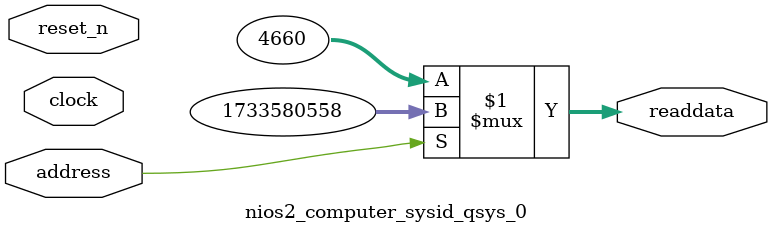
<source format=v>



// synthesis translate_off
`timescale 1ns / 1ps
// synthesis translate_on

// turn off superfluous verilog processor warnings 
// altera message_level Level1 
// altera message_off 10034 10035 10036 10037 10230 10240 10030 

module nios2_computer_sysid_qsys_0 (
               // inputs:
                address,
                clock,
                reset_n,

               // outputs:
                readdata
             )
;

  output  [ 31: 0] readdata;
  input            address;
  input            clock;
  input            reset_n;

  wire    [ 31: 0] readdata;
  //control_slave, which is an e_avalon_slave
  assign readdata = address ? 1733580558 : 4660;

endmodule



</source>
